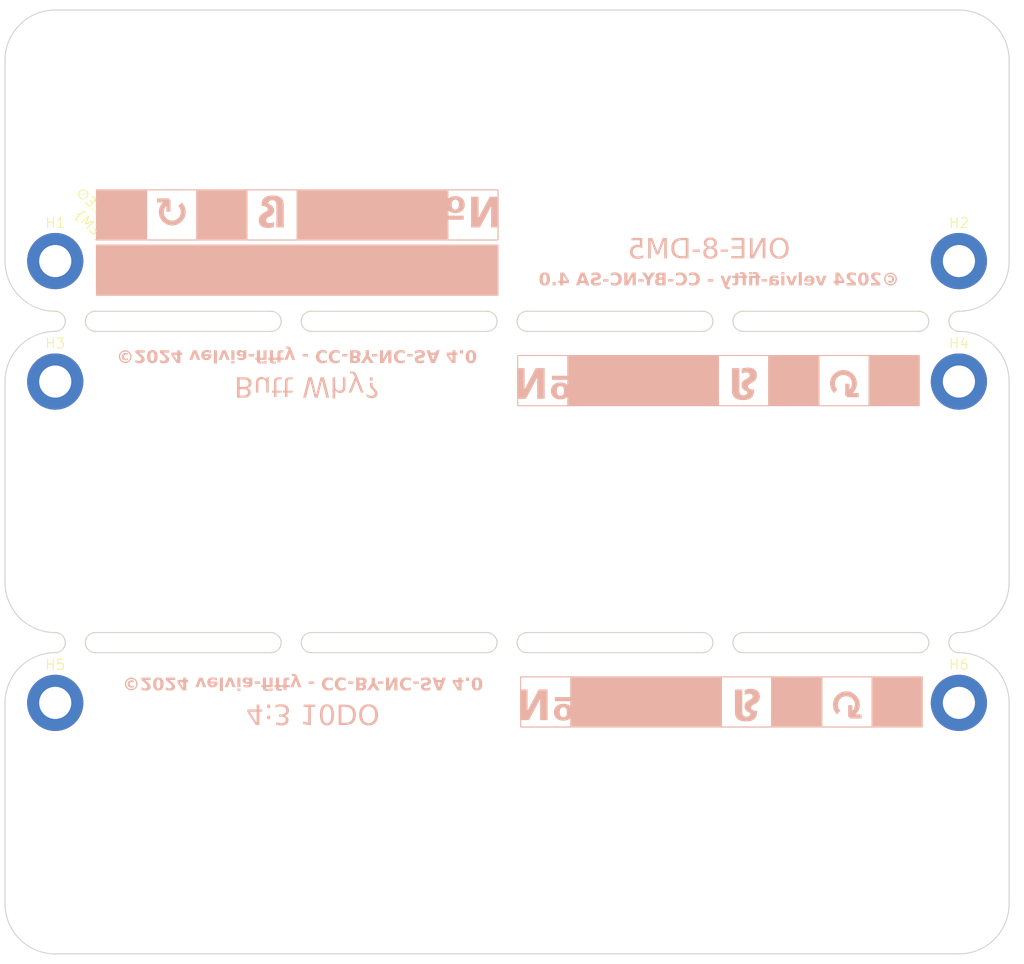
<source format=kicad_pcb>
(kicad_pcb (version 20240108) (generator "pcbnew") (generator_version "8.0")
  (layers (0 "F.Cu" signal) (31 "B.Cu" signal) (34 "B.Paste" user) (35 "F.Paste" user) (36 "B.SilkS" user "B.Silkscreen") (37 "F.SilkS" user "F.Silkscreen") (38 "B.Mask" user) (39 "F.Mask" user) (44 "Edge.Cuts" user))
  (net 0 "")
  (net 1 "GND")
  (footprint "mousebites:mouse-bite-2mm-slot" (layer "F.Cu") (at 231.706946 116.945001)
    (property "Reference" "H16" (hide yes))
    (property "Value" "Mousebite" (hide yes))
    (fp_arc (start -2 -1) (mid -1 0) (end -2 1) (stroke (width 0.1)) (layer "F.SilkS"))
    (fp_arc (start 2 1) (mid 1 0) (end 2 -1) (stroke (width 0.1)) (layer "F.SilkS"))
    (pad "" np_thru_hole circle (at -0.75 -0.75) (size 0.5 0.5) (drill 0.5) (layers "*.Cu" "*.Mask"))
    (pad "" np_thru_hole circle (at -0.75 0.75) (size 0.5 0.5) (drill 0.5) (layers "*.Cu" "*.Mask"))
    (pad "" np_thru_hole circle (at 0 -0.75) (size 0.5 0.5) (drill 0.5) (layers "*.Cu" "*.Mask"))
    (pad "" np_thru_hole circle (at 0 0.75) (size 0.5 0.5) (drill 0.5) (layers "*.Cu" "*.Mask"))
    (pad "" np_thru_hole circle (at 0.75 -0.75) (size 0.5 0.5) (drill 0.5) (layers "*.Cu" "*.Mask"))
    (pad "" np_thru_hole circle (at 0.75 0.75) (size 0.5 0.5) (drill 0.5) (layers "*.Cu" "*.Mask"))
  )
  (footprint "mousebites:mouse-bite-2mm-slot" (layer "F.Cu") (at 145.706946 116.945001)
    (property "Reference" "H12" (hide yes))
    (property "Value" "Mousebite" (hide yes))
    (fp_arc (start -2 -1) (mid -1 0) (end -2 1) (stroke (width 0.1)) (layer "F.SilkS"))
    (fp_arc (start 2 1) (mid 1 0) (end 2 -1) (stroke (width 0.1)) (layer "F.SilkS"))
    (pad "" np_thru_hole circle (at -0.75 -0.75) (size 0.5 0.5) (drill 0.5) (layers "*.Cu" "*.Mask"))
    (pad "" np_thru_hole circle (at -0.75 0.75) (size 0.5 0.5) (drill 0.5) (layers "*.Cu" "*.Mask"))
    (pad "" np_thru_hole circle (at 0 -0.75) (size 0.5 0.5) (drill 0.5) (layers "*.Cu" "*.Mask"))
    (pad "" np_thru_hole circle (at 0 0.75) (size 0.5 0.5) (drill 0.5) (layers "*.Cu" "*.Mask"))
    (pad "" np_thru_hole circle (at 0.75 -0.75) (size 0.5 0.5) (drill 0.5) (layers "*.Cu" "*.Mask"))
    (pad "" np_thru_hole circle (at 0.75 0.75) (size 0.5 0.5) (drill 0.5) (layers "*.Cu" "*.Mask"))
  )
  (footprint "MountingHole:MountingHole_3.2mm_M3_DIN965_Pad" (layer "F.Cu") (at 143.706946 90.945001)
    (property "Reference" "H3" (at 0 -3.8 0) (layer "F.SilkS") (effects (font (thickness 0.1))))
    (property "Value" "M3")
    (pad "1" thru_hole circle (at 0 0) (size 5.6 5.6) (drill 3.2) (layers "*.Cu" "*.Mask"))
  )
  (footprint "mousebites:mouse-bite-2mm-slot" (layer "F.Cu") (at 188.706946 116.945001)
    (property "Reference" "H14" (hide yes))
    (property "Value" "Mousebite" (hide yes))
    (fp_arc (start -2 -1) (mid -1 0) (end -2 1) (stroke (width 0.1)) (layer "F.SilkS"))
    (fp_arc (start 2 1) (mid 1 0) (end 2 -1) (stroke (width 0.1)) (layer "F.SilkS"))
    (pad "" np_thru_hole circle (at -0.75 -0.75) (size 0.5 0.5) (drill 0.5) (layers "*.Cu" "*.Mask"))
    (pad "" np_thru_hole circle (at -0.75 0.75) (size 0.5 0.5) (drill 0.5) (layers "*.Cu" "*.Mask"))
    (pad "" np_thru_hole circle (at 0 -0.75) (size 0.5 0.5) (drill 0.5) (layers "*.Cu" "*.Mask"))
    (pad "" np_thru_hole circle (at 0 0.75) (size 0.5 0.5) (drill 0.5) (layers "*.Cu" "*.Mask"))
    (pad "" np_thru_hole circle (at 0.75 -0.75) (size 0.5 0.5) (drill 0.5) (layers "*.Cu" "*.Mask"))
    (pad "" np_thru_hole circle (at 0.75 0.75) (size 0.5 0.5) (drill 0.5) (layers "*.Cu" "*.Mask"))
  )
  (footprint "mousebites:mouse-bite-2mm-slot" (layer "F.Cu") (at 167.206946 116.945001)
    (property "Reference" "H13" (hide yes))
    (property "Value" "Mousebite" (hide yes))
    (fp_arc (start -2 -1) (mid -1 0) (end -2 1) (stroke (width 0.1)) (layer "F.SilkS"))
    (fp_arc (start 2 1) (mid 1 0) (end 2 -1) (stroke (width 0.1)) (layer "F.SilkS"))
    (pad "" np_thru_hole circle (at -0.75 -0.75) (size 0.5 0.5) (drill 0.5) (layers "*.Cu" "*.Mask"))
    (pad "" np_thru_hole circle (at -0.75 0.75) (size 0.5 0.5) (drill 0.5) (layers "*.Cu" "*.Mask"))
    (pad "" np_thru_hole circle (at 0 -0.75) (size 0.5 0.5) (drill 0.5) (layers "*.Cu" "*.Mask"))
    (pad "" np_thru_hole circle (at 0 0.75) (size 0.5 0.5) (drill 0.5) (layers "*.Cu" "*.Mask"))
    (pad "" np_thru_hole circle (at 0.75 -0.75) (size 0.5 0.5) (drill 0.5) (layers "*.Cu" "*.Mask"))
    (pad "" np_thru_hole circle (at 0.75 0.75) (size 0.5 0.5) (drill 0.5) (layers "*.Cu" "*.Mask"))
  )
  (footprint "mousebites:mouse-bite-2mm-slot" (layer "F.Cu") (at 231.706946 84.945001)
    (property "Reference" "H11" (hide yes))
    (property "Value" "Mousebite" (hide yes))
    (fp_arc (start -2 -1) (mid -1 0) (end -2 1) (stroke (width 0.1)) (layer "F.SilkS"))
    (fp_arc (start 2 1) (mid 1 0) (end 2 -1) (stroke (width 0.1)) (layer "F.SilkS"))
    (pad "" np_thru_hole circle (at -0.75 -0.75) (size 0.5 0.5) (drill 0.5) (layers "*.Cu" "*.Mask"))
    (pad "" np_thru_hole circle (at -0.75 0.75) (size 0.5 0.5) (drill 0.5) (layers "*.Cu" "*.Mask"))
    (pad "" np_thru_hole circle (at 0 -0.75) (size 0.5 0.5) (drill 0.5) (layers "*.Cu" "*.Mask"))
    (pad "" np_thru_hole circle (at 0 0.75) (size 0.5 0.5) (drill 0.5) (layers "*.Cu" "*.Mask"))
    (pad "" np_thru_hole circle (at 0.75 -0.75) (size 0.5 0.5) (drill 0.5) (layers "*.Cu" "*.Mask"))
    (pad "" np_thru_hole circle (at 0.75 0.75) (size 0.5 0.5) (drill 0.5) (layers "*.Cu" "*.Mask"))
  )
  (footprint "MountingHole:MountingHole_3.2mm_M3_DIN965_Pad" (layer "F.Cu") (at 143.706946 78.945001)
    (property "Reference" "H1" (at 0 -3.8 0) (layer "F.SilkS") (effects (font (thickness 0.1))))
    (property "Value" "M3")
    (pad "1" thru_hole circle (at 0 0) (size 5.6 5.6) (drill 3.2) (layers "*.Cu" "*.Mask"))
  )
  (footprint "mousebites:mouse-bite-2mm-slot" (layer "F.Cu") (at 167.206946 84.945001)
    (property "Reference" "H8" (hide yes))
    (property "Value" "Mousebite" (hide yes))
    (fp_arc (start -2 -1) (mid -1 0) (end -2 1) (stroke (width 0.1)) (layer "F.SilkS"))
    (fp_arc (start 2 1) (mid 1 0) (end 2 -1) (stroke (width 0.1)) (layer "F.SilkS"))
    (pad "" np_thru_hole circle (at -0.75 -0.75) (size 0.5 0.5) (drill 0.5) (layers "*.Cu" "*.Mask"))
    (pad "" np_thru_hole circle (at -0.75 0.75) (size 0.5 0.5) (drill 0.5) (layers "*.Cu" "*.Mask"))
    (pad "" np_thru_hole circle (at 0 -0.75) (size 0.5 0.5) (drill 0.5) (layers "*.Cu" "*.Mask"))
    (pad "" np_thru_hole circle (at 0 0.75) (size 0.5 0.5) (drill 0.5) (layers "*.Cu" "*.Mask"))
    (pad "" np_thru_hole circle (at 0.75 -0.75) (size 0.5 0.5) (drill 0.5) (layers "*.Cu" "*.Mask"))
    (pad "" np_thru_hole circle (at 0.75 0.75) (size 0.5 0.5) (drill 0.5) (layers "*.Cu" "*.Mask"))
  )
  (footprint "mousebites:mouse-bite-2mm-slot" (layer "F.Cu") (at 145.706946 84.945001)
    (property "Reference" "H7" (hide yes))
    (property "Value" "Mousebite" (hide yes))
    (fp_arc (start -2 -1) (mid -1 0) (end -2 1) (stroke (width 0.1)) (layer "F.SilkS"))
    (fp_arc (start 2 1) (mid 1 0) (end 2 -1) (stroke (width 0.1)) (layer "F.SilkS"))
    (pad "" np_thru_hole circle (at -0.75 -0.75) (size 0.5 0.5) (drill 0.5) (layers "*.Cu" "*.Mask"))
    (pad "" np_thru_hole circle (at -0.75 0.75) (size 0.5 0.5) (drill 0.5) (layers "*.Cu" "*.Mask"))
    (pad "" np_thru_hole circle (at 0 -0.75) (size 0.5 0.5) (drill 0.5) (layers "*.Cu" "*.Mask"))
    (pad "" np_thru_hole circle (at 0 0.75) (size 0.5 0.5) (drill 0.5) (layers "*.Cu" "*.Mask"))
    (pad "" np_thru_hole circle (at 0.75 -0.75) (size 0.5 0.5) (drill 0.5) (layers "*.Cu" "*.Mask"))
    (pad "" np_thru_hole circle (at 0.75 0.75) (size 0.5 0.5) (drill 0.5) (layers "*.Cu" "*.Mask"))
  )
  (footprint "MountingHole:MountingHole_3.2mm_M3_DIN965_Pad" (layer "F.Cu") (at 143.706946 122.945001)
    (property "Reference" "H5" (at 0 -3.8 0) (layer "F.SilkS") (effects (font (thickness 0.1))))
    (property "Value" "M3")
    (pad "1" thru_hole circle (at 0 0) (size 5.6 5.6) (drill 3.2) (layers "*.Cu" "*.Mask"))
  )
  (footprint "MountingHole:MountingHole_3.2mm_M3_DIN965_Pad" (layer "F.Cu") (at 233.706946 122.945001)
    (property "Reference" "H6" (at 0 -3.8 0) (layer "F.SilkS") (effects (font (thickness 0.1))))
    (property "Value" "M3")
    (pad "1" thru_hole circle (at 0 0) (size 5.6 5.6) (drill 3.2) (layers "*.Cu" "*.Mask"))
  )
  (footprint "mousebites:mouse-bite-2mm-slot" (layer "F.Cu") (at 210.206946 84.945001)
    (property "Reference" "H10" (hide yes))
    (property "Value" "Mousebite" (hide yes))
    (fp_arc (start -2 -1) (mid -1 0) (end -2 1) (stroke (width 0.1)) (layer "F.SilkS"))
    (fp_arc (start 2 1) (mid 1 0) (end 2 -1) (stroke (width 0.1)) (layer "F.SilkS"))
    (pad "" np_thru_hole circle (at -0.75 -0.75) (size 0.5 0.5) (drill 0.5) (layers "*.Cu" "*.Mask"))
    (pad "" np_thru_hole circle (at -0.75 0.75) (size 0.5 0.5) (drill 0.5) (layers "*.Cu" "*.Mask"))
    (pad "" np_thru_hole circle (at 0 -0.75) (size 0.5 0.5) (drill 0.5) (layers "*.Cu" "*.Mask"))
    (pad "" np_thru_hole circle (at 0 0.75) (size 0.5 0.5) (drill 0.5) (layers "*.Cu" "*.Mask"))
    (pad "" np_thru_hole circle (at 0.75 -0.75) (size 0.5 0.5) (drill 0.5) (layers "*.Cu" "*.Mask"))
    (pad "" np_thru_hole circle (at 0.75 0.75) (size 0.5 0.5) (drill 0.5) (layers "*.Cu" "*.Mask"))
  )
  (footprint "mousebites:mouse-bite-2mm-slot" (layer "F.Cu") (at 188.706946 84.945001)
    (property "Reference" "H9" (hide yes))
    (property "Value" "Mousebite" (hide yes))
    (fp_arc (start -2 -1) (mid -1 0) (end -2 1) (stroke (width 0.1)) (layer "F.SilkS"))
    (fp_arc (start 2 1) (mid 1 0) (end 2 -1) (stroke (width 0.1)) (layer "F.SilkS"))
    (pad "" np_thru_hole circle (at -0.75 -0.75) (size 0.5 0.5) (drill 0.5) (layers "*.Cu" "*.Mask"))
    (pad "" np_thru_hole circle (at -0.75 0.75) (size 0.5 0.5) (drill 0.5) (layers "*.Cu" "*.Mask"))
    (pad "" np_thru_hole circle (at 0 -0.75) (size 0.5 0.5) (drill 0.5) (layers "*.Cu" "*.Mask"))
    (pad "" np_thru_hole circle (at 0 0.75) (size 0.5 0.5) (drill 0.5) (layers "*.Cu" "*.Mask"))
    (pad "" np_thru_hole circle (at 0.75 -0.75) (size 0.5 0.5) (drill 0.5) (layers "*.Cu" "*.Mask"))
    (pad "" np_thru_hole circle (at 0.75 0.75) (size 0.5 0.5) (drill 0.5) (layers "*.Cu" "*.Mask"))
  )
  (footprint "MountingHole:MountingHole_3.2mm_M3_DIN965_Pad" (layer "F.Cu") (at 233.706946 78.945001)
    (property "Reference" "H2" (at 0 -3.8 0) (layer "F.SilkS") (effects (font (thickness 0.1))))
    (property "Value" "M3")
    (pad "1" thru_hole circle (at 0 0) (size 5.6 5.6) (drill 3.2) (layers "*.Cu" "*.Mask"))
  )
  (footprint "mousebites:mouse-bite-2mm-slot" (layer "F.Cu") (at 210.206946 116.945001)
    (property "Reference" "H15" (hide yes))
    (property "Value" "Mousebite" (hide yes))
    (fp_arc (start -2 -1) (mid -1 0) (end -2 1) (stroke (width 0.1)) (layer "F.SilkS"))
    (fp_arc (start 2 1) (mid 1 0) (end 2 -1) (stroke (width 0.1)) (layer "F.SilkS"))
    (pad "" np_thru_hole circle (at -0.75 -0.75) (size 0.5 0.5) (drill 0.5) (layers "*.Cu" "*.Mask"))
    (pad "" np_thru_hole circle (at -0.75 0.75) (size 0.5 0.5) (drill 0.5) (layers "*.Cu" "*.Mask"))
    (pad "" np_thru_hole circle (at 0 -0.75) (size 0.5 0.5) (drill 0.5) (layers "*.Cu" "*.Mask"))
    (pad "" np_thru_hole circle (at 0 0.75) (size 0.5 0.5) (drill 0.5) (layers "*.Cu" "*.Mask"))
    (pad "" np_thru_hole circle (at 0.75 -0.75) (size 0.5 0.5) (drill 0.5) (layers "*.Cu" "*.Mask"))
    (pad "" np_thru_hole circle (at 0.75 0.75) (size 0.5 0.5) (drill 0.5) (layers "*.Cu" "*.Mask"))
  )
  (footprint "MountingHole:MountingHole_3.2mm_M3_DIN965_Pad" (layer "F.Cu") (at 233.706946 90.945001)
    (property "Reference" "H4" (at 0 -3.8 0) (layer "F.SilkS") (effects (font (thickness 0.1))))
    (property "Value" "M3")
    (pad "1" thru_hole circle (at 0 0) (size 5.6 5.6) (drill 3.2) (layers "*.Cu" "*.Mask"))
  )
  (gr_rect (start 157.806946 71.850001) (end 162.806946 76.850001) (stroke (width 0.1)) (fill solid) (layer "B.SilkS"))
  (gr_poly (pts (xy 230.056945 125.35) (xy 225.056946 125.350001) (xy 225.056946 120.350001) (xy 230.056946 120.350001)) (stroke (width 0.1)) (fill solid) (layer "B.SilkS"))
  (gr_rect (start 147.806946 77.350001) (end 187.806946 82.350001) (stroke (width 0.1)) (fill solid) (layer "B.SilkS"))
  (gr_rect (start 210.056946 120.35) (end 215.056946 125.35) (stroke (width 0.1)) (fill none) (layer "B.SilkS"))
  (gr_poly (pts (xy 229.762499 93.35) (xy 224.7625 93.350001) (xy 224.7625 88.350001) (xy 229.7625 88.350001)) (stroke (width 0.1)) (fill solid) (layer "B.SilkS"))
  (gr_poly (pts (xy 195.056946 125.35) (xy 190.056946 125.35) (xy 190.056946 120.35) (xy 195.056947 120.349999)) (stroke (width 0.1)) (fill none) (layer "B.SilkS"))
  (gr_poly (pts (xy 220.056947 125.35) (xy 215.056946 125.35) (xy 215.056946 120.35) (xy 220.056946 120.350001)) (stroke (width 0.1)) (fill solid) (layer "B.SilkS"))
  (gr_poly (pts (xy 210.056946 125.35) (xy 195.056946 125.35) (xy 195.056947 120.349999) (xy 210.056946 120.35)) (stroke (width 0.1)) (fill solid) (layer "B.SilkS"))
  (gr_poly (pts (xy 167.806946 71.850001) (xy 182.806946 71.850001) (xy 182.806946 76.850002) (xy 167.806946 76.850001)) (stroke (width 0.1)) (fill solid) (layer "B.SilkS"))
  (gr_poly (pts (xy 182.806946 71.850001) (xy 187.806946 71.850001) (xy 187.806946 76.850001) (xy 182.806946 76.850002)) (stroke (width 0.1)) (fill none) (layer "B.SilkS"))
  (gr_rect (start 152.806946 71.850001) (end 157.806946 76.850001) (stroke (width 0.1)) (fill none) (layer "B.SilkS"))
  (gr_poly (pts (xy 224.7625 93.350001) (xy 219.762501 93.35) (xy 219.7625 88.350001) (xy 224.7625 88.350001)) (stroke (width 0.1)) (fill none) (layer "B.SilkS"))
  (gr_rect (start 147.806946 71.850001) (end 152.806946 76.850001) (stroke (width 0.1)) (fill solid) (layer "B.SilkS"))
  (gr_poly (pts (xy 194.7625 93.35) (xy 189.7625 93.35) (xy 189.7625 88.35) (xy 194.762501 88.349999)) (stroke (width 0.1)) (fill none) (layer "B.SilkS"))
  (gr_poly (pts (xy 225.056946 125.350001) (xy 220.056947 125.35) (xy 220.056946 120.350001) (xy 225.056946 120.350001)) (stroke (width 0.1)) (fill none) (layer "B.SilkS"))
  (gr_rect (start 162.806946 71.850001) (end 167.806946 76.850001) (stroke (width 0.1)) (fill none) (layer "B.SilkS"))
  (gr_rect (start 209.7625 88.35) (end 214.7625 93.35) (stroke (width 0.1)) (fill none) (layer "B.SilkS"))
  (gr_poly (pts (xy 219.762501 93.35) (xy 214.7625 93.35) (xy 214.7625 88.35) (xy 219.7625 88.350001)) (stroke (width 0.1)) (fill solid) (layer "B.SilkS"))
  (gr_poly (pts (xy 209.7625 93.35) (xy 194.7625 93.35) (xy 194.762501 88.349999) (xy 209.7625 88.35)) (stroke (width 0.1)) (fill solid) (layer "B.SilkS"))
  (gr_arc (start 238.706946 142.945001) (mid 237.24248 146.480533) (end 233.706946 147.945001) (stroke (width 0.1)) (layer "Edge.Cuts"))
  (gr_line (start 147.706946 115.945001) (end 165.206946 115.945001) (stroke (width 0.1)) (layer "Edge.Cuts"))
  (gr_line (start 190.706946 85.945001) (end 208.206946 85.945001) (stroke (width 0.1)) (layer "Edge.Cuts"))
  (gr_line (start 138.706946 78.945001) (end 138.706946 58.945001) (stroke (width 0.1)) (layer "Edge.Cuts"))
  (gr_arc (start 208.206946 83.945001) (mid 209.20695 84.945001) (end 208.206946 85.945001) (stroke (width 0.1)) (layer "Edge.Cuts"))
  (gr_arc (start 165.206946 83.945001) (mid 166.206946 84.945001) (end 165.206946 85.945001) (stroke (width 0.1)) (layer "Edge.Cuts"))
  (gr_arc (start 143.706946 147.945002) (mid 140.171411 146.480536) (end 138.706946 142.945001) (stroke (width 0.1)) (layer "Edge.Cuts"))
  (gr_arc (start 208.206946 115.945001) (mid 209.20695 116.945001) (end 208.206946 117.945001) (stroke (width 0.1)) (layer "Edge.Cuts"))
  (gr_arc (start 143.706946 83.945001) (mid 144.706946 84.945001) (end 143.706946 85.945001) (stroke (width 0.1)) (layer "Edge.Cuts"))
  (gr_arc (start 238.706946 78.945001) (mid 237.24248 82.480533) (end 233.706946 83.945001) (stroke (width 0.1)) (layer "Edge.Cuts"))
  (gr_arc (start 138.706946 90.945001) (mid 140.171412 87.409467) (end 143.706946 85.945001) (stroke (width 0.1)) (layer "Edge.Cuts"))
  (gr_arc (start 138.706946 122.945001) (mid 140.171412 119.409467) (end 143.706946 117.945001) (stroke (width 0.1)) (layer "Edge.Cuts"))
  (gr_line (start 138.706946 90.945001) (end 138.706946 110.945001) (stroke (width 0.1)) (layer "Edge.Cuts"))
  (gr_arc (start 169.206946 117.945001) (mid 168.206946 116.945001) (end 169.206946 115.945001) (stroke (width 0.1)) (layer "Edge.Cuts"))
  (gr_line (start 143.706946 147.945002) (end 233.706946 147.945001) (stroke (width 0.1)) (layer "Edge.Cuts"))
  (gr_line (start 212.206946 83.945001) (end 229.706946 83.945001) (stroke (width 0.1)) (layer "Edge.Cuts"))
  (gr_arc (start 143.706946 115.945001) (mid 144.706946 116.945001) (end 143.706946 117.945001) (stroke (width 0.1)) (layer "Edge.Cuts"))
  (gr_arc (start 186.706946 115.945001) (mid 187.70695 116.945001) (end 186.706946 117.945001) (stroke (width 0.1)) (layer "Edge.Cuts"))
  (gr_arc (start 233.706946 53.945001) (mid 237.242482 55.409466) (end 238.706946 58.945001) (stroke (width 0.1)) (layer "Edge.Cuts"))
  (gr_line (start 208.206946 115.945001) (end 190.706946 115.945001) (stroke (width 0.1)) (layer "Edge.Cuts"))
  (gr_line (start 165.206946 85.945001) (end 147.706946 85.945001) (stroke (width 0.1)) (layer "Edge.Cuts"))
  (gr_line (start 238.706946 122.945001) (end 238.706946 142.945001) (stroke (width 0.1)) (layer "Edge.Cuts"))
  (gr_line (start 233.706946 53.945001) (end 143.706946 53.945001) (stroke (width 0.1)) (layer "Edge.Cuts"))
  (gr_line (start 190.706946 117.945001) (end 208.206946 117.945001) (stroke (width 0.1)) (layer "Edge.Cuts"))
  (gr_arc (start 233.706946 117.945001) (mid 237.242482 119.409466) (end 238.706946 122.945001) (stroke (width 0.1)) (layer "Edge.Cuts"))
  (gr_line (start 169.206946 85.945001) (end 186.706946 85.945001) (stroke (width 0.1)) (layer "Edge.Cuts"))
  (gr_line (start 186.706946 83.945001) (end 169.206946 83.945001) (stroke (width 0.1)) (layer "Edge.Cuts"))
  (gr_arc (start 186.706946 83.945001) (mid 187.70695 84.945001) (end 186.706946 85.945001) (stroke (width 0.1)) (layer "Edge.Cuts"))
  (gr_arc (start 190.706946 85.945001) (mid 189.70695 84.945001) (end 190.706946 83.945001) (stroke (width 0.1)) (layer "Edge.Cuts"))
  (gr_arc (start 212.206946 117.945001) (mid 211.20695 116.945001) (end 212.206946 115.945001) (stroke (width 0.1)) (layer "Edge.Cuts"))
  (gr_line (start 212.206946 115.945001) (end 229.706946 115.945001) (stroke (width 0.1)) (layer "Edge.Cuts"))
  (gr_line (start 238.706946 78.945001) (end 238.706946 58.945001) (stroke (width 0.1)) (layer "Edge.Cuts"))
  (gr_arc (start 138.706946 58.945001) (mid 140.171412 55.409467) (end 143.706946 53.945001) (stroke (width 0.1)) (layer "Edge.Cuts"))
  (gr_line (start 147.706946 83.945001) (end 165.206946 83.945001) (stroke (width 0.1)) (layer "Edge.Cuts"))
  (gr_arc (start 169.206946 85.945001) (mid 168.206946 84.945001) (end 169.206946 83.945001) (stroke (width 0.1)) (layer "Edge.Cuts"))
  (gr_line (start 229.706946 117.945001) (end 212.206946 117.945001) (stroke (width 0.1)) (layer "Edge.Cuts"))
  (gr_arc (start 143.706946 83.945001) (mid 140.171412 82.480535) (end 138.706946 78.945001) (stroke (width 0.1)) (layer "Edge.Cuts"))
  (gr_line (start 238.706946 90.945001) (end 238.706946 110.945001) (stroke (width 0.1)) (layer "Edge.Cuts"))
  (gr_arc (start 233.706946 117.945001) (mid 232.70695 116.945001) (end 233.706946 115.945001) (stroke (width 0.1)) (layer "Edge.Cuts"))
  (gr_arc (start 233.706946 85.945001) (mid 237.242482 87.409466) (end 238.706946 90.945001) (stroke (width 0.1)) (layer "Edge.Cuts"))
  (gr_arc (start 229.706946 115.945001) (mid 230.70695 116.945001) (end 229.706946 117.945001) (stroke (width 0.1)) (layer "Edge.Cuts"))
  (gr_arc (start 147.706946 85.945001) (mid 146.706946 84.945001) (end 147.706946 83.945001) (stroke (width 0.1)) (layer "Edge.Cuts"))
  (gr_arc (start 229.706946 83.945001) (mid 230.70695 84.945001) (end 229.706946 85.945001) (stroke (width 0.1)) (layer "Edge.Cuts"))
  (gr_arc (start 143.706946 115.945001) (mid 140.171412 114.480535) (end 138.706946 110.945001) (stroke (width 0.1)) (layer "Edge.Cuts"))
  (gr_arc (start 147.706946 117.945001) (mid 146.706946 116.945001) (end 147.706946 115.945001) (stroke (width 0.1)) (layer "Edge.Cuts"))
  (gr_arc (start 165.206946 115.945001) (mid 166.206946 116.945001) (end 165.206946 117.945001) (stroke (width 0.1)) (layer "Edge.Cuts"))
  (gr_arc (start 238.706946 110.945001) (mid 237.24248 114.480533) (end 233.706946 115.945001) (stroke (width 0.1)) (layer "Edge.Cuts"))
  (gr_line (start 165.206946 117.945001) (end 147.706946 117.945001) (stroke (width 0.1)) (layer "Edge.Cuts"))
  (gr_line (start 208.206946 83.945001) (end 190.706946 83.945001) (stroke (width 0.1)) (layer "Edge.Cuts"))
  (gr_line (start 169.206946 117.945001) (end 186.706946 117.945001) (stroke (width 0.1)) (layer "Edge.Cuts"))
  (gr_arc (start 212.206946 85.945001) (mid 211.20695 84.945001) (end 212.206946 83.945001) (stroke (width 0.1)) (layer "Edge.Cuts"))
  (gr_line (start 138.706946 122.945001) (end 138.706946 142.945001) (stroke (width 0.1)) (layer "Edge.Cuts"))
  (gr_arc (start 233.706946 85.945001) (mid 232.70695 84.945001) (end 233.706946 83.945001) (stroke (width 0.1)) (layer "Edge.Cuts"))
  (gr_arc (start 190.706946 117.945001) (mid 189.70695 116.945001) (end 190.706946 115.945001) (stroke (width 0.1)) (layer "Edge.Cuts"))
  (gr_line (start 229.706946 85.945001) (end 212.206946 85.945001) (stroke (width 0.1)) (layer "Edge.Cuts"))
  (gr_line (start 186.706946 115.945001) (end 169.206946 115.945001) (stroke (width 0.1)) (layer "Edge.Cuts"))
  (gr_text "↺" (at 222.556946 122.850001 180) (layer "B.SilkS") (effects (font (size 3 3) (thickness 0.3) (bold yes)) (justify mirror)))
  (gr_text "Butt Why?" (at 168.7625 91.345001 180) (layer "B.SilkS") (effects (font (size 2 2) (thickness 0.1)) (justify mirror)))
  (gr_text "©2024 velvia-fifty - CC-BY-NC-SA 4.0" (at 168.3625 120.945001 180) (layer "B.SilkS") (effects (font (size 1.25 1.25) (thickness 0.25) (bold yes)) (justify mirror)))
  (gr_text "©2024 velvia-fifty - CC-BY-NC-SA 4.0" (at 209.806946 80.850001 0) (layer "B.SilkS") (effects (font (size 1.25 1.25) (thickness 0.25) (bold yes)) (justify mirror)))
  (gr_text "4:3 10DO" (at 169.3625 123.945001 180) (layer "B.SilkS") (effects (font (size 2 2) (thickness 0.1)) (justify mirror)))
  (gr_text "ß" (at 165.306946 74.350001 0) (layer "B.SilkS") (effects (font (size 3 3) (thickness 0.3) (bold yes)) (justify mirror)))
  (gr_text "↺" (at 155.306946 74.350001 0) (layer "B.SilkS") (effects (font (size 3 3) (thickness 0.3) (bold yes)) (justify mirror)))
  (gr_text "Nº" (at 185.306946 74.350001 0) (layer "B.SilkS") (effects (font (size 3 3) (thickness 0.3) (bold yes)) (justify mirror)))
  (gr_text "↺" (at 222.2625 90.850001 180) (layer "B.SilkS") (effects (font (size 3 3) (thickness 0.3) (bold yes)) (justify mirror)))
  (gr_text "Nº" (at 192.556946 122.85 180) (layer "B.SilkS") (effects (font (size 3 3) (thickness 0.3) (bold yes)) (justify mirror)))
  (gr_text "ß" (at 212.556946 122.85 180) (layer "B.SilkS") (effects (font (size 3 3) (thickness 0.3) (bold yes)) (justify mirror)))
  (gr_text "ONE-8-DM5" (at 208.806946 77.850001 0) (layer "B.SilkS") (effects (font (size 2 2) (thickness 0.1)) (justify mirror)))
  (gr_text "Nº" (at 192.2625 90.85 180) (layer "B.SilkS") (effects (font (size 3 3) (thickness 0.3) (bold yes)) (justify mirror)))
  (gr_text "©2024 velvia-fifty - CC-BY-NC-SA 4.0" (at 167.7625 88.345001 180) (layer "B.SilkS") (effects (font (size 1.25 1.25) (thickness 0.25) (bold yes)) (justify mirror)))
  (gr_text "ß" (at 212.2625 90.85 180) (layer "B.SilkS") (effects (font (size 3 3) (thickness 0.3) (bold yes)) (justify mirror)))
  (gr_text "∅3.2mm \n{M3}" (at 147.7625 74.85 315) (layer "F.SilkS") (effects (font (size 1 1) (thickness 0.1875))))
)
</source>
